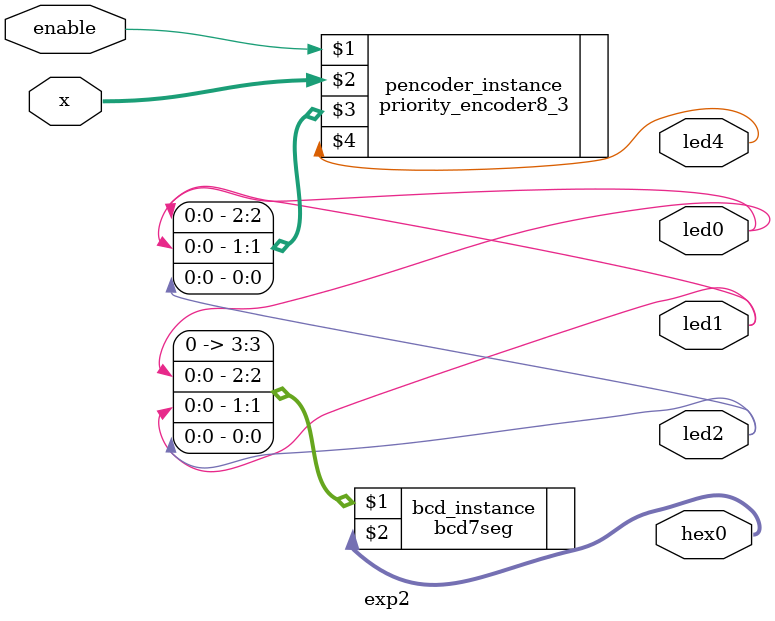
<source format=v>
module exp2(
  input enable,
  input [7:0] x,
  output reg led0, 
  output reg led1, 
  output reg led2, 
  output reg led4, 
  output reg [6:0] hex0
); 
//    reg [2:0] y;
//    reg indicate;
   priority_encoder8_3 pencoder_instance (enable, x, {led0, led1, led2}, led4);
//    assign led4 = indicate;
//    assign {led0, led1, led2} = y;

   bcd7seg bcd_instance ({1'b0, led0, led1, led2}, hex0);

endmodule
</source>
